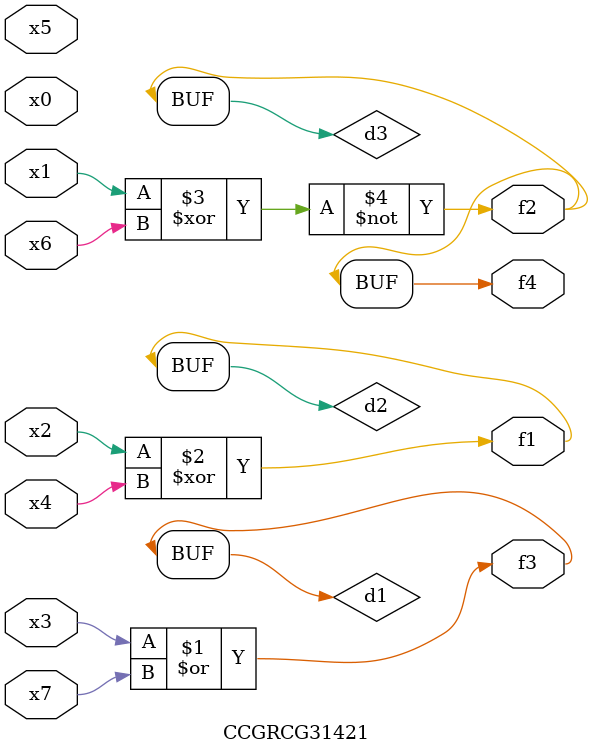
<source format=v>
module CCGRCG31421(
	input x0, x1, x2, x3, x4, x5, x6, x7,
	output f1, f2, f3, f4
);

	wire d1, d2, d3;

	or (d1, x3, x7);
	xor (d2, x2, x4);
	xnor (d3, x1, x6);
	assign f1 = d2;
	assign f2 = d3;
	assign f3 = d1;
	assign f4 = d3;
endmodule

</source>
